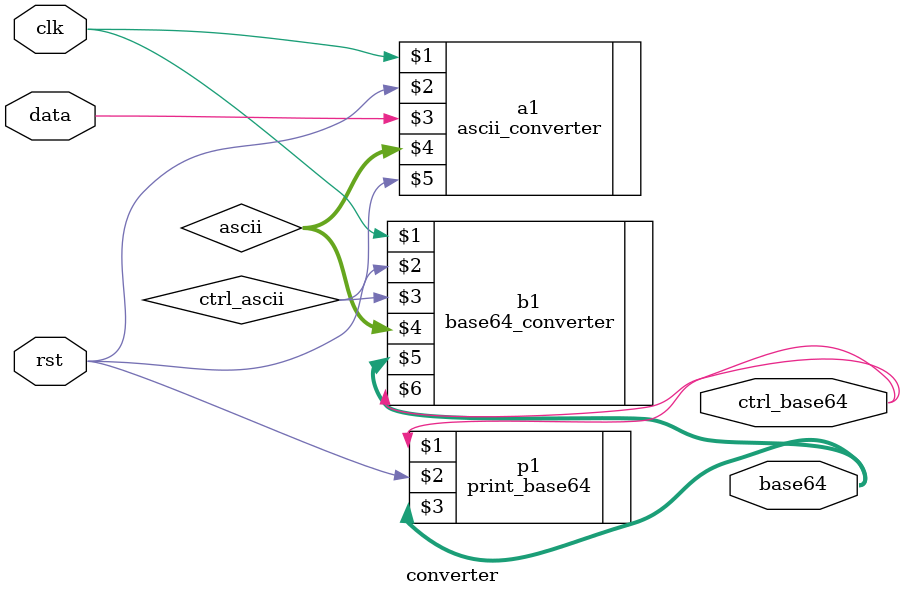
<source format=v>
`timescale 1ns/10ps

module converter(clk,rst,data,base64,ctrl_base64);
  input clk, rst, data;
  output [5:0] base64;
  output ctrl_base64;
  
  wire [6:0] ascii;
  wire ctrl_ascii, ctrl_base64;
  
  ascii_converter a1(clk, rst, data, ascii, ctrl_ascii);
  base64_converter b1(clk, rst, ctrl_ascii, ascii, base64, ctrl_base64);
  print_base64 p1(ctrl_base64,rst,base64);
endmodule





</source>
